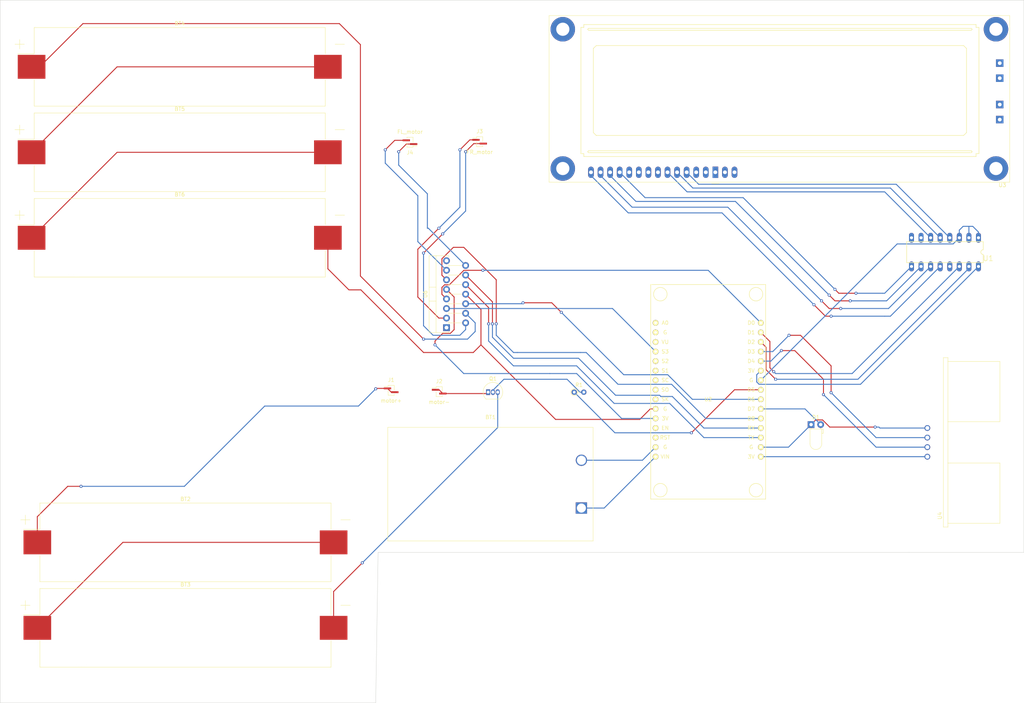
<source format=kicad_pcb>
(kicad_pcb (version 20221018) (generator pcbnew)
  (layers (0 "F.Cu" signal) (31 "B.Cu" signal) (34 "B.Paste" user) (35 "F.Paste" user) (36 "B.SilkS" user "B.Silkscreen") (37 "F.SilkS" user "F.Silkscreen") (38 "B.Mask" user) (39 "F.Mask" user) (44 "Edge.Cuts" user))
  (net 0 "")
  (net 1 "Net-(BT1-+)")
  (net 2 "Net-(BT1--)")
  (net 3 "Net-(BT2-+)")
  (net 4 "Net-(BT2--)")
  (net 5 "Net-(BT3--)")
  (net 6 "Net-(D1-K)")
  (net 7 "Net-(D1-A)")
  (net 8 "Net-(J2-Pin_1)")
  (net 9 "Net-(Q1-B)")
  (net 10 "Net-(U2-D5(GPIO14))")
  (net 11 "Net-(U2-D8(GPIO15))")
  (net 12 "Net-(U1-A0)")
  (net 13 "Net-(U1-P0)")
  (net 14 "Net-(U1-P1)")
  (net 15 "Net-(U1-P2)")
  (net 18 "Net-(U1-P4)")
  (net 19 "Net-(U1-P5)")
  (net 20 "Net-(U1-P6)")
  (net 21 "Net-(U1-P7)")
  (net 23 "Net-(U1-SCL)")
  (net 24 "Net-(U1-SDA)")
  (net 25 "Net-(U1-VDD)")
  (net 28 "Net-(BT4-+)")
  (net 36 "Net-(U4-VCC)")
  (net 37 "Net-(BT4--)")
  (net 38 "Net-(BT5--)")
  (net 39 "Net-(U2-D4(GPIO2))")
  (net 40 "Net-(U2-D3(GPIO0))")
  (net 41 "Net-(BT6--)")
  (net 55 "Net-(J3-Pin_1)")
  (net 56 "Net-(J3-Pin_2)")
  (net 57 "Net-(J4-Pin_1)")
  (net 58 "Net-(J4-Pin_2)")
  (net 60 "Net-(U2-SD3(GPIO10))")
  (net 61 "Net-(U6-VSS)")
  (net 62 "Net-(U2-TX(GPIO1))")
  (net 63 "Net-(U2-RX(DPIO3))")
  (net 64 "Net-(U2-D6(GPIO12))")
  (net 65 "Net-(U2-D0(GPIO16))")
  (footprint "HC-SR04:HC-SR04" (layer "F.Cu") (at 260.75 124.46 90)
    (fp_text reference "U4" (at -19.48505 3.31671 90) (layer "F.SilkS") (effects (font (size 1.00052 1.00052))))
    (fp_text value "HC-SR04")
    (pad "1" thru_hole circle (at -3.81 0 90) (size 1.53 1.53) (drill 1.02) (layers "*.Cu" "*.Mask") (net 36 "Net-(U4-VCC)"))
    (pad "2" thru_hole circle (at -1.27 0 90) (size 1.53 1.53) (drill 1.02) (layers "*.Cu" "*.Mask") (net 39 "Net-(U2-D4(GPIO2))"))
    (pad "3" thru_hole circle (at 1.27 0 90) (size 1.53 1.53) (drill 1.02) (layers "*.Cu" "*.Mask") (net 40 "Net-(U2-D3(GPIO0))"))
    (pad "4" thru_hole circle (at 3.81 0 90) (size 1.53 1.53) (drill 1.02) (layers "*.Cu" "*.Mask") (net 6 "Net-(D1-K)"))
  )
  (footprint "Battery:BatteryHolder_Eagle_12BH611-GR" (layer "F.Cu") (at 168.91 141.91)
    (fp_text reference "BT1" (at -24.13 -24.13) (layer "F.SilkS"))
    (fp_text value "9v")
    (pad "" np_thru_hole circle (at -38.9 -17.45) (size 2.6 2.6) (drill 2.6) (layers "*.Cu" "*.Mask"))
    (pad "" np_thru_hole circle (at -24.15 4.75) (size 2.6 2.6) (drill 2.6) (layers "*.Cu" "*.Mask"))
    (pad "" np_thru_hole circle (at -10.9 -17.45) (size 2.6 2.6) (drill 2.6) (layers "*.Cu" "*.Mask"))
    (pad "1" thru_hole rect (at 0 0) (size 3 3) (drill 2.4) (layers "*.Cu" "*.Mask") (net 1 "Net-(BT1-+)"))
    (pad "2" thru_hole circle (at 0 -12.7) (size 3 3) (drill 2.4) (layers "*.Cu" "*.Mask") (net 2 "Net-(BT1--)"))
  )
  (footprint "Package_TO_SOT_THT:TO-92_Inline" (layer "F.Cu") (at 144.145 111.125)
    (fp_text reference "Q1" (at 1.27 -3.56) (layer "F.SilkS"))
    (fp_text value "BC337")
    (pad "1" thru_hole rect (at 0 0) (size 1.05 1.5) (drill 0.75) (layers "*.Cu" "*.Mask") (net 8 "Net-(J2-Pin_1)"))
    (pad "2" thru_hole oval (at 1.27 0) (size 1.05 1.5) (drill 0.75) (layers "*.Cu" "*.Mask") (net 9 "Net-(Q1-B)"))
    (pad "3" thru_hole oval (at 2.54 0) (size 1.05 1.5) (drill 0.75) (layers "*.Cu" "*.Mask") (net 5 "Net-(BT3--)"))
  )
  (footprint "Battery:BatteryHolder_Keystone_1042_1x18650" (layer "F.Cu") (at 63.794 151.026)
    (fp_text reference "BT2" (at 0 -11.5) (layer "F.SilkS"))
    (fp_text value "3.7")
    (pad "" np_thru_hole circle (at -35.93 -8) (size 2.39 2.39) (drill 2.39) (layers "*.Cu" "*.Mask"))
    (pad "" np_thru_hole circle (at -27.6 8) (size 3.45 3.45) (drill 3.45) (layers "*.Cu" "*.Mask"))
    (pad "" np_thru_hole circle (at 27.6 -8) (size 3.45 3.45) (drill 3.45) (layers "*.Cu" "*.Mask"))
    (pad "1" smd rect (at -39.33 0) (size 7.34 6.35) (layers "F.Cu" "F.Paste" "F.Mask") (net 3 "Net-(BT2-+)"))
    (pad "2" smd rect (at 39.33 0) (size 7.34 6.35) (layers "F.Cu" "F.Paste" "F.Mask") (net 4 "Net-(BT2--)"))
  )
  (footprint "Battery:BatteryHolder_Keystone_1042_1x18650" (layer "F.Cu") (at 62.27 24.684)
    (fp_text reference "BT4" (at 0 -11.5) (layer "F.SilkS"))
    (fp_text value "Battery_Cell")
    (pad "" np_thru_hole circle (at -35.93 -8) (size 2.39 2.39) (drill 2.39) (layers "*.Cu" "*.Mask"))
    (pad "" np_thru_hole circle (at -27.6 8) (size 3.45 3.45) (drill 3.45) (layers "*.Cu" "*.Mask"))
    (pad "" np_thru_hole circle (at 27.6 -8) (size 3.45 3.45) (drill 3.45) (layers "*.Cu" "*.Mask"))
    (pad "1" smd rect (at -39.33 0) (size 7.34 6.35) (layers "F.Cu" "F.Paste" "F.Mask") (net 28 "Net-(BT4-+)"))
    (pad "2" smd rect (at 39.33 0) (size 7.34 6.35) (layers "F.Cu" "F.Paste" "F.Mask") (net 37 "Net-(BT4--)"))
  )
  (footprint "ESP8266:NodeMCU-LoLinV3" (layer "F.Cu") (at 202.565 113.03)
    (fp_text reference "U2" (at 0 0) (layer "F.SilkS"))
    (fp_text value "NodeMCU_1.0_(ESP-12E)")
    (fp_text user "G" (at -11.43 12.7) (layer "F.SilkS"))
    (fp_text user "RX" (at 11.43 7.62) (layer "F.SilkS"))
    (fp_text user "S3" (at -11.43 -12.7) (layer "F.SilkS"))
    (fp_text user "G" (at -11.43 -17.78) (layer "F.SilkS"))
    (fp_text user "A0" (at -11.43 -20.32) (layer "F.SilkS"))
    (fp_text user "G" (at 11.43 -5.08) (layer "F.SilkS"))
    (fp_text user "D0" (at 11.43 -20.32) (layer "F.SilkS"))
    (fp_text user "D3" (at 11.43 -12.7) (layer "F.SilkS"))
    (fp_text user "SK" (at -11.43 0) (layer "F.SilkS"))
    (fp_text user "S2" (at -11.43 -10.16) (layer "F.SilkS"))
    (fp_text user "D8" (at 11.43 5.08) (layer "F.SilkS"))
    (fp_text user "3V" (at -11.43 5.08) (layer "F.SilkS"))
    (fp_text user "EN" (at -11.43 7.62) (layer "F.SilkS"))
    (fp_text user "D7" (at 11.43 2.54) (layer "F.SilkS"))
    (fp_text user "VIN" (at -11.43 15.24) (layer "F.SilkS"))
    (fp_text user "S1" (at -11.43 -7.62) (layer "F.SilkS"))
    (fp_text user "D5" (at 11.43 -2.54) (layer "F.SilkS"))
    (fp_text user "SC" (at -11.43 -5.08) (layer "F.SilkS"))
    (fp_text user "D1" (at 11.43 -17.78) (layer "F.SilkS"))
    (fp_text user "D2" (at 11.43 -15.24) (layer "F.SilkS"))
    (fp_text user "SO" (at -11.43 -2.54) (layer "F.SilkS"))
    (fp_text user "RST" (at -11.43 10.16) (layer "F.SilkS"))
    (fp_text user "VU" (at -11.43 -15.24) (layer "F.SilkS"))
    (fp_text user "3V" (at 11.43 -7.62) (layer "F.SilkS"))
    (fp_text user "3V" (at 11.43 15.24) (layer "F.SilkS"))
    (fp_text user "D4" (at 11.43 -10.16) (layer "F.SilkS"))
    (fp_text user "D6" (at 11.43 0) (layer "F.SilkS"))
    (fp_text user "G" (at -11.43 2.54) (layer "F.SilkS"))
    (fp_text user "G" (at 11.43 12.7) (layer "F.SilkS"))
    (fp_text user "TX" (at 11.43 10.16) (layer "F.SilkS"))
    (pad "1" thru_hole circle (at -13.97 -20.32) (size 1.524 1.524) (drill 0.762) (layers "*.Cu" "*.Mask" "F.SilkS"))
    (pad "2" thru_hole circle (at -13.97 -17.78) (size 1.524 1.524) (drill 0.762) (layers "*.Cu" "*.Mask" "F.SilkS"))
    (pad "3" thru_hole circle (at -13.97 -15.24) (size 1.524 1.524) (drill 0.762) (layers "*.Cu" "*.Mask" "F.SilkS"))
    (pad "4" thru_hole circle (at -13.97 -12.7) (size 1.524 1.524) (drill 0.762) (layers "*.Cu" "*.Mask" "F.SilkS") (net 60 "Net-(U2-SD3(GPIO10))"))
    (pad "5" thru_hole circle (at -13.97 -10.16) (size 1.524 1.524) (drill 0.762) (layers "*.Cu" "*.Mask" "F.SilkS"))
    (pad "6" thru_hole circle (at -13.97 -7.62) (size 1.524 1.524) (drill 0.762) (layers "*.Cu" "*.Mask" "F.SilkS"))
    (pad "7" thru_hole circle (at -13.97 -5.08) (size 1.524 1.524) (drill 0.762) (layers "*.Cu" "*.Mask" "F.SilkS"))
    (pad "8" thru_hole circle (at -13.97 -2.54) (size 1.524 1.524) (drill 0.762) (layers "*.Cu" "*.Mask" "F.SilkS"))
    (pad "9" thru_hole circle (at -13.97 0) (size 1.524 1.524) (drill 0.762) (layers "*.Cu" "*.Mask" "F.SilkS"))
    (pad "10" thru_hole circle (at -13.97 2.54) (size 1.524 1.524) (drill 0.762) (layers "*.Cu" "*.Mask" "F.SilkS") (net 41 "Net-(BT6--)"))
    (pad "11" thru_hole circle (at -13.97 5.08) (size 1.524 1.524) (drill 0.762) (layers "*.Cu" "*.Mask" "F.SilkS") (net 61 "Net-(U6-VSS)"))
    (pad "12" thru_hole circle (at -13.97 7.62) (size 1.524 1.524) (drill 0.762) (layers "*.Cu" "*.Mask" "F.SilkS"))
    (pad "13" thru_hole circle (at -13.97 10.16) (size 1.524 1.524) (drill 0.762) (layers "*.Cu" "*.Mask" "F.SilkS"))
    (pad "14" thru_hole circle (at -13.97 12.7) (size 1.524 1.524) (drill 0.762) (layers "*.Cu" "*.Mask" "F.SilkS") (net 2 "Net-(BT1--)"))
    (pad "15" thru_hole circle (at -13.97 15.24) (size 1.524 1.524) (drill 0.762) (layers "*.Cu" "*.Mask" "F.SilkS") (net 1 "Net-(BT1-+)"))
    (pad "16" thru_hole circle (at 13.97 15.24) (size 1.524 1.524) (drill 0.762) (layers "*.Cu" "*.Mask" "F.SilkS") (net 36 "Net-(U4-VCC)"))
    (pad "17" thru_hole circle (at 13.97 12.7) (size 1.524 1.524) (drill 0.762) (layers "*.Cu" "*.Mask" "F.SilkS") (net 6 "Net-(D1-K)"))
    (pad "18" thru_hole circle (at 13.97 10.16) (size 1.524 1.524) (drill 0.762) (layers "*.Cu" "*.Mask" "F.SilkS") (net 62 "Net-(U2-TX(GPIO1))"))
    (pad "19" thru_hole circle (at 13.97 7.62) (size 1.524 1.524) (drill 0.762) (layers "*.Cu" "*.Mask" "F.SilkS") (net 63 "Net-(U2-RX(DPIO3))"))
    (pad "20" thru_hole circle (at 13.97 5.08) (size 1.524 1.524) (drill 0.762) (layers "*.Cu" "*.Mask" "F.SilkS") (net 11 "Net-(U2-D8(GPIO15))"))
    (pad "21" thru_hole circle (at 13.97 2.54) (size 1.524 1.524) (drill 0.762) (layers "*.Cu" "*.Mask" "F.SilkS") (net 7 "Net-(D1-A)"))
    (pad "22" thru_hole circle (at 13.97 0) (size 1.524 1.524) (drill 0.762) (layers "*.Cu" "*.Mask" "F.SilkS") (net 64 "Net-(U2-D6(GPIO12))"))
    (pad "23" thru_hole circle (at 13.97 -2.54) (size 1.524 1.524) (drill 0.762) (layers "*.Cu" "*.Mask" "F.SilkS") (net 10 "Net-(U2-D5(GPIO14))"))
    (pad "24" thru_hole circle (at 13.97 -5.08) (size 1.524 1.524) (drill 0.762) (layers "*.Cu" "*.Mask" "F.SilkS") (net 12 "Net-(U1-A0)"))
    (pad "25" thru_hole circle (at 13.97 -7.62) (size 1.524 1.524) (drill 0.762) (layers "*.Cu" "*.Mask" "F.SilkS") (net 25 "Net-(U1-VDD)"))
    (pad "26" thru_hole circle (at 13.97 -10.16) (size 1.524 1.524) (drill 0.762) (layers "*.Cu" "*.Mask" "F.SilkS") (net 39 "Net-(U2-D4(GPIO2))"))
    (pad "27" thru_hole circle (at 13.97 -12.7) (size 1.524 1.524) (drill 0.762) (layers "*.Cu" "*.Mask" "F.SilkS") (net 40 "Net-(U2-D3(GPIO0))"))
    (pad "28" thru_hole circle (at 13.97 -15.24) (size 1.524 1.524) (drill 0.762) (layers "*.Cu" "*.Mask" "F.SilkS") (net 24 "Net-(U1-SDA)"))
    (pad "29" thru_hole circle (at 13.97 -17.78) (size 1.524 1.524) (drill 0.762) (layers "*.Cu" "*.Mask" "F.SilkS") (net 23 "Net-(U1-SCL)"))
    (pad "30" thru_hole circle (at 13.97 -20.32) (size 1.524 1.524) (drill 0.762) (layers "*.Cu" "*.Mask" "F.SilkS") (net 65 "Net-(U2-D0(GPIO16))"))
  )
  (footprint "PCF8574:DIL16" (layer "F.Cu") (at 265.43 73.914 180)
    (fp_text reference "U1" (at -11.4554 -1.651) (layer "F.SilkS") (effects (font (size 1.4 1.4))))
    (fp_text value "PCF8574")
    (pad "1" thru_hole oval (at -8.89 3.81 180) (size 1.3208 2.6416) (drill 0.8128) (layers "*.Cu" "*.Mask") (net 12 "Net-(U1-A0)"))
    (pad "2" thru_hole oval (at -6.35 3.81 180) (size 1.3208 2.6416) (drill 0.8128) (layers "*.Cu" "*.Mask") (net 12 "Net-(U1-A0)"))
    (pad "3" thru_hole oval (at -3.81 3.81 180) (size 1.3208 2.6416) (drill 0.8128) (layers "*.Cu" "*.Mask") (net 12 "Net-(U1-A0)"))
    (pad "4" thru_hole oval (at -1.27 3.81 180) (size 1.3208 2.6416) (drill 0.8128) (layers "*.Cu" "*.Mask") (net 13 "Net-(U1-P0)"))
    (pad "5" thru_hole oval (at 1.27 3.81 180) (size 1.3208 2.6416) (drill 0.8128) (layers "*.Cu" "*.Mask") (net 14 "Net-(U1-P1)"))
    (pad "6" thru_hole oval (at 3.81 3.81 180) (size 1.3208 2.6416) (drill 0.8128) (layers "*.Cu" "*.Mask") (net 15 "Net-(U1-P2)"))
    (pad "7" thru_hole oval (at 6.35 3.81 180) (size 1.3208 2.6416) (drill 0.8128) (layers "*.Cu" "*.Mask"))
    (pad "8" thru_hole oval (at 8.89 3.81 180) (size 1.3208 2.6416) (drill 0.8128) (layers "*.Cu" "*.Mask"))
    (pad "9" thru_hole oval (at 8.89 -3.81 180) (size 1.3208 2.6416) (drill 0.8128) (layers "*.Cu" "*.Mask") (net 18 "Net-(U1-P4)"))
    (pad "10" thru_hole oval (at 6.35 -3.81 180) (size 1.3208 2.6416) (drill 0.8128) (layers "*.Cu" "*.Mask") (net 19 "Net-(U1-P5)"))
    (pad "11" thru_hole oval (at 3.81 -3.81 180) (size 1.3208 2.6416) (drill 0.8128) (layers "*.Cu" "*.Mask") (net 20 "Net-(U1-P6)"))
    (pad "12" thru_hole oval (at 1.27 -3.81 180) (size 1.3208 2.6416) (drill 0.8128) (layers "*.Cu" "*.Mask") (net 21 "Net-(U1-P7)"))
    (pad "13" thru_hole oval (at -1.27 -3.81 180) (size 1.3208 2.6416) (drill 0.8128) (layers "*.Cu" "*.Mask"))
    (pad "14" thru_hole oval (at -3.81 -3.81 180) (size 1.3208 2.6416) (drill 0.8128) (layers "*.Cu" "*.Mask") (net 23 "Net-(U1-SCL)"))
    (pad "15" thru_hole oval (at -6.35 -3.81 180) (size 1.3208 2.6416) (drill 0.8128) (layers "*.Cu" "*.Mask") (net 24 "Net-(U1-SDA)"))
    (pad "16" thru_hole oval (at -8.89 -3.81 180) (size 1.3208 2.6416) (drill 0.8128) (layers "*.Cu" "*.Mask") (net 25 "Net-(U1-VDD)"))
  )
  (footprint "Battery:BatteryHolder_Keystone_1042_1x18650" (layer "F.Cu") (at 62.27 47.394)
    (fp_text reference "BT5" (at 0 -11.5) (layer "F.SilkS"))
    (fp_text value "Battery_Cell")
    (pad "" np_thru_hole circle (at -35.93 -8) (size 2.39 2.39) (drill 2.39) (layers "*.Cu" "*.Mask"))
    (pad "" np_thru_hole circle (at -27.6 8) (size 3.45 3.45) (drill 3.45) (layers "*.Cu" "*.Mask"))
    (pad "" np_thru_hole circle (at 27.6 -8) (size 3.45 3.45) (drill 3.45) (layers "*.Cu" "*.Mask"))
    (pad "1" smd rect (at -39.33 0) (size 7.34 6.35) (layers "F.Cu" "F.Paste" "F.Mask") (net 37 "Net-(BT4--)"))
    (pad "2" smd rect (at 39.33 0) (size 7.34 6.35) (layers "F.Cu" "F.Paste" "F.Mask") (net 38 "Net-(BT5--)"))
  )
  (footprint "Resistor_THT:R_Axial_DIN0204_L3.6mm_D1.6mm_P2.54mm_Vertical" (layer "F.Cu") (at 167.005 111.125)
    (fp_text reference "R1" (at 1.27 -1.92) (layer "F.SilkS"))
    (fp_text value "500")
    (pad "1" thru_hole circle (at 0 0) (size 1.4 1.4) (drill 0.7) (layers "*.Cu" "*.Mask") (net 10 "Net-(U2-D5(GPIO14))"))
    (pad "2" thru_hole oval (at 2.54 0) (size 1.4 1.4) (drill 0.7) (layers "*.Cu" "*.Mask") (net 9 "Net-(Q1-B)"))
  )
  (footprint "Connector_PinSocket_1.00mm:PinSocket_1x02_P1.00mm_Vertical_SMD_Pin1Left" (layer "F.Cu") (at 131.15 110.99)
    (fp_text reference "J2" (at 0 -2.75) (layer "F.SilkS"))
    (fp_text value "motor-" (at 0 2.75) (layer "F.SilkS"))
    (pad "1" smd rect (at -0.975 -0.5) (size 1.95 0.5) (layers "F.Cu" "F.Paste" "F.Mask") (net 8 "Net-(J2-Pin_1)"))
    (pad "2" smd rect (at 0.975 0.5) (size 1.95 0.5) (layers "F.Cu" "F.Paste" "F.Mask") (net 8 "Net-(J2-Pin_1)"))
  )
  (footprint "Display:LCD-016N002L" (layer "F.Cu") (at 204.47 52.705 180)
    (fp_text reference "U3" (at -76.21 -3.41) (layer "F.SilkS"))
    (fp_text value "LCD-016N002L")
    (pad "" thru_hole circle (at -74.5 1) (size 6.5 6.5) (drill 3.5) (layers "*.Cu" "*.Mask"))
    (pad "" thru_hole circle (at -74.5 38) (size 6.5 6.5) (drill 3.5) (layers "*.Cu" "*.Mask"))
    (pad "" thru_hole circle (at 40.5 1) (size 6.5 6.5) (drill 3.5) (layers "*.Cu" "*.Mask"))
    (pad "" thru_hole circle (at 40.5 38) (size 6.5 6.5) (drill 3.5) (layers "*.Cu" "*.Mask"))
    (pad "1" thru_hole rect (at 0 0) (size 1.5 3) (drill 1) (layers "*.Cu" "*.Mask"))
    (pad "2" thru_hole oval (at 2.54 0) (size 1.5 3) (drill 1) (layers "*.Cu" "*.Mask"))
    (pad "3" thru_hole oval (at 5.08 0) (size 1.5 3) (drill 1) (layers "*.Cu" "*.Mask"))
    (pad "4" thru_hole oval (at 7.62 0) (size 1.5 3) (drill 1) (layers "*.Cu" "*.Mask") (net 13 "Net-(U1-P0)"))
    (pad "5" thru_hole oval (at 10.16 0) (size 1.5 3) (drill 1) (layers "*.Cu" "*.Mask") (net 14 "Net-(U1-P1)"))
    (pad "6" thru_hole oval (at 12.7 0) (size 1.5 3) (drill 1) (layers "*.Cu" "*.Mask") (net 15 "Net-(U1-P2)"))
    (pad "7" thru_hole oval (at 15.24 0) (size 1.5 3) (drill 1) (layers "*.Cu" "*.Mask"))
    (pad "8" thru_hole oval (at 17.78 0) (size 1.5 3) (drill 1) (layers "*.Cu" "*.Mask"))
    (pad "9" thru_hole oval (at 20.32 0) (size 1.5 3) (drill 1) (layers "*.Cu" "*.Mask"))
    (pad "10" thru_hole oval (at 22.86 0) (size 1.5 3) (drill 1) (layers "*.Cu" "*.Mask"))
    (pad "11" thru_hole oval (at 25.4 0) (size 1.5 3) (drill 1) (layers "*.Cu" "*.Mask") (net 18 "Net-(U1-P4)"))
    (pad "12" thru_hole oval (at 27.94 0) (size 1.5 3) (drill 1) (layers "*.Cu" "*.Mask") (net 19 "Net-(U1-P5)"))
    (pad "13" thru_hole oval (at 30.48 0) (size 1.5 3) (drill 1) (layers "*.Cu" "*.Mask") (net 20 "Net-(U1-P6)"))
    (pad "14" thru_hole oval (at 33.02 0) (size 1.5 3) (drill 1) (layers "*.Cu" "*.Mask") (net 21 "Net-(U1-P7)"))
    (pad "15" thru_hole oval (at -2.54 0) (size 1.5 3) (drill 1) (layers "*.Cu" "*.Mask"))
    (pad "16" thru_hole oval (at -5.08 0) (size 1.5 3) (drill 1) (layers "*.Cu" "*.Mask"))
    (pad "A1" thru_hole rect (at -75.5 14) (size 2 2) (drill 1) (layers "*.Cu" "*.Mask"))
    (pad "A2" thru_hole rect (at -75.5 25) (size 2 2) (drill 1) (layers "*.Cu" "*.Mask"))
    (pad "K1" thru_hole rect (at -75.5 18) (size 2 2) (drill 1) (layers "*.Cu" "*.Mask"))
    (pad "K2" thru_hole rect (at -75.5 29) (size 2 2) (drill 1) (layers "*.Cu" "*.Mask"))
  )
  (footprint "Package_TO_SOT_THT:TO-220-15_P2.54x2.54mm_StaggerEven_Lead4.58mm_Vertical" (layer "F.Cu") (at 133.096 93.98 90)
    (fp_text reference "U6" (at 8.89 -5.62 90) (layer "F.SilkS"))
    (fp_text value "L298N")
    (pad "1" thru_hole rect (at 0 0 90) (size 1.8 1.8) (drill 1) (layers "*.Cu" "*.Mask"))
    (pad "2" thru_hole oval (at 1.27 5.08 90) (size 1.8 1.8) (drill 1) (layers "*.Cu" "*.Mask") (net 56 "Net-(J3-Pin_2)"))
    (pad "3" thru_hole oval (at 2.54 0 90) (size 1.8 1.8) (drill 1) (layers "*.Cu" "*.Mask") (net 55 "Net-(J3-Pin_1)"))
    (pad "4" thru_hole oval (at 3.81 5.08 90) (size 1.8 1.8) (drill 1) (layers "*.Cu" "*.Mask") (net 28 "Net-(BT4-+)"))
    (pad "5" thru_hole oval (at 5.08 0 90) (size 1.8 1.8) (drill 1) (layers "*.Cu" "*.Mask") (net 60 "Net-(U2-SD3(GPIO10))"))
    (pad "6" thru_hole oval (at 6.35 5.08 90) (size 1.8 1.8) (drill 1) (layers "*.Cu" "*.Mask") (net 64 "Net-(U2-D6(GPIO12))"))
    (pad "7" thru_hole oval (at 7.62 0 90) (size 1.8 1.8) (drill 1) (layers "*.Cu" "*.Mask") (net 65 "Net-(U2-D0(GPIO16))"))
    (pad "8" thru_hole oval (at 8.89 5.08 90) (size 1.8 1.8) (drill 1) (layers "*.Cu" "*.Mask") (net 41 "Net-(BT6--)"))
    (pad "9" thru_hole oval (at 10.16 0 90) (size 1.8 1.8) (drill 1) (layers "*.Cu" "*.Mask") (net 61 "Net-(U6-VSS)"))
    (pad "10" thru_hole oval (at 11.43 5.08 90) (size 1.8 1.8) (drill 1) (layers "*.Cu" "*.Mask") (net 62 "Net-(U2-TX(GPIO1))"))
    (pad "11" thru_hole oval (at 12.7 0 90) (size 1.8 1.8) (drill 1) (layers "*.Cu" "*.Mask") (net 11 "Net-(U2-D8(GPIO15))"))
    (pad "12" thru_hole oval (at 13.97 5.08 90) (size 1.8 1.8) (drill 1) (layers "*.Cu" "*.Mask") (net 63 "Net-(U2-RX(DPIO3))"))
    (pad "13" thru_hole oval (at 15.24 0 90) (size 1.8 1.8) (drill 1) (layers "*.Cu" "*.Mask") (net 58 "Net-(J4-Pin_2)"))
    (pad "14" thru_hole oval (at 16.51 5.08 90) (size 1.8 1.8) (drill 1) (layers "*.Cu" "*.Mask") (net 57 "Net-(J4-Pin_1)"))
    (pad "15" thru_hole oval (at 17.78 0 90) (size 1.8 1.8) (drill 1) (layers "*.Cu" "*.Mask"))
  )
  (footprint "Battery:BatteryHolder_Keystone_1042_1x18650" (layer "F.Cu") (at 63.794 173.736)
    (fp_text reference "BT3" (at 0 -11.5) (layer "F.SilkS"))
    (fp_text value "3.7")
    (pad "" np_thru_hole circle (at -35.93 -8) (size 2.39 2.39) (drill 2.39) (layers "*.Cu" "*.Mask"))
    (pad "" np_thru_hole circle (at -27.6 8) (size 3.45 3.45) (drill 3.45) (layers "*.Cu" "*.Mask"))
    (pad "" np_thru_hole circle (at 27.6 -8) (size 3.45 3.45) (drill 3.45) (layers "*.Cu" "*.Mask"))
    (pad "1" smd rect (at -39.33 0) (size 7.34 6.35) (layers "F.Cu" "F.Paste" "F.Mask") (net 4 "Net-(BT2--)"))
    (pad "2" smd rect (at 39.33 0) (size 7.34 6.35) (layers "F.Cu" "F.Paste" "F.Mask") (net 5 "Net-(BT3--)"))
  )
  (footprint "LED_THT:LED_D3.0mm_Horizontal_O1.27mm_Z2.0mm" (layer "F.Cu") (at 229.89 119.73)
    (fp_text reference "D1" (at 1.27 -1.96) (layer "F.SilkS"))
    (fp_text value "LED")
    (pad "1" thru_hole rect (at 0 0) (size 1.8 1.8) (drill 0.9) (layers "*.Cu" "*.Mask") (net 6 "Net-(D1-K)"))
    (pad "2" thru_hole circle (at 2.54 0) (size 1.8 1.8) (drill 0.9) (layers "*.Cu" "*.Mask") (net 7 "Net-(D1-A)"))
  )
  (footprint "Battery:BatteryHolder_Keystone_1042_1x18650" (layer "F.Cu") (at 62.27 70.104)
    (fp_text reference "BT6" (at 0 -11.5) (layer "F.SilkS"))
    (fp_text value "Battery_Cell")
    (pad "" np_thru_hole circle (at -35.93 -8) (size 2.39 2.39) (drill 2.39) (layers "*.Cu" "*.Mask"))
    (pad "" np_thru_hole circle (at -27.6 8) (size 3.45 3.45) (drill 3.45) (layers "*.Cu" "*.Mask"))
    (pad "" np_thru_hole circle (at 27.6 -8) (size 3.45 3.45) (drill 3.45) (layers "*.Cu" "*.Mask"))
    (pad "1" smd rect (at -39.33 0) (size 7.34 6.35) (layers "F.Cu" "F.Paste" "F.Mask") (net 38 "Net-(BT5--)"))
    (pad "2" smd rect (at 39.33 0) (size 7.34 6.35) (layers "F.Cu" "F.Paste" "F.Mask") (net 41 "Net-(BT6--)"))
  )
  (footprint "Connector_PinSocket_1.00mm:PinSocket_1x02_P1.00mm_Vertical_SMD_Pin1Left" (layer "F.Cu") (at 118.405 110.625)
    (fp_text reference "J1" (at 0 -2.75) (layer "F.SilkS"))
    (fp_text value "motor+" (at 0 2.75) (layer "F.SilkS"))
    (pad "1" smd rect (at -0.975 -0.5) (size 1.95 0.5) (layers "F.Cu" "F.Paste" "F.Mask") (net 3 "Net-(BT2-+)"))
    (pad "2" smd rect (at 0.975 0.5) (size 1.95 0.5) (layers "F.Cu" "F.Paste" "F.Mask") (net 3 "Net-(BT2-+)"))
  )
  (footprint "Connector_PinSocket_1.00mm:PinSocket_1x02_P1.00mm_Vertical_SMD_Pin1Left" (layer "F.Cu") (at 141.9 44.585)
    (fp_text reference "J3" (at 0 -2.75) (layer "F.SilkS"))
    (fp_text value "FR_motor" (at 0 2.75) (layer "F.SilkS"))
    (pad "1" smd rect (at -0.975 -0.5) (size 1.95 0.5) (layers "F.Cu" "F.Paste" "F.Mask") (net 55 "Net-(J3-Pin_1)"))
    (pad "2" smd rect (at 0.975 0.5) (size 1.95 0.5) (layers "F.Cu" "F.Paste" "F.Mask") (net 56 "Net-(J3-Pin_2)"))
  )
  (footprint "Connector_PinSocket_1.00mm:PinSocket_1x02_P1.00mm_Vertical_SMD_Pin1Left" (layer "F.Cu") (at 123.403 44.712 180)
    (fp_text reference "J4" (at 0 -2.75) (layer "F.SilkS"))
    (fp_text value "FL_motor" (at 0 2.75) (layer "F.SilkS"))
    (pad "1" smd rect (at -0.975 -0.5 180) (size 1.95 0.5) (layers "F.Cu" "F.Paste" "F.Mask") (net 57 "Net-(J4-Pin_1)"))
    (pad "2" smd rect (at 0.975 0.5 180) (size 1.95 0.5) (layers "F.Cu" "F.Paste" "F.Mask") (net 58 "Net-(J4-Pin_2)"))
  )
  (gr_line (start 286.385 153.67) (end 255.905 153.67) (stroke (width 0.1)) (layer "Edge.Cuts"))
  (gr_line (start 114.935 153.67) (end 114.3 193.675) (stroke (width 0.1)) (layer "Edge.Cuts"))
  (gr_line (start 14.605 193.675) (end 14.605 6.985) (stroke (width 0.1)) (layer "Edge.Cuts"))
  (gr_line (start 14.605 6.985) (end 286.385 6.985) (stroke (width 0.1)) (layer "Edge.Cuts"))
  (gr_line (start 255.905 153.67) (end 114.935 153.67) (stroke (width 0.1)) (layer "Edge.Cuts"))
  (gr_line (start 114.3 193.675) (end 14.605 193.675) (stroke (width 0.1)) (layer "Edge.Cuts"))
  (gr_line (start 286.385 6.985) (end 286.385 153.67) (stroke (width 0.1)) (layer "Edge.Cuts"))
  (segment (start 168.91 141.91) (end 174.955 141.91) (width 0.25) (layer "B.Cu") (net 1))
  (segment (start 174.955 141.91) (end 188.595 128.27) (width 0.25) (layer "B.Cu") (net 1))
  (segment (start 168.91 129.21) (end 185.115 129.21) (width 0.25) (layer "B.Cu") (net 2))
  (segment (start 185.115 129.21) (end 188.595 125.73) (width 0.25) (layer "B.Cu") (net 2))
  (segment (start 117.43 110.125) (end 114.411 110.125) (width 0.25) (layer "F.Cu") (net 3))
  (segment (start 32.525685 136.144) (end 36.068 136.144) (width 0.25) (layer "F.Cu") (net 3))
  (segment (start 24.464 144.205685) (end 32.525685 136.144) (width 0.25) (layer "F.Cu") (net 3))
  (segment (start 118.43 111.125) (end 117.43 110.125) (width 0.25) (layer "F.Cu") (net 3))
  (segment (start 24.464 151.026) (end 24.464 144.205685) (width 0.25) (layer "F.Cu") (net 3))
  (segment (start 114.411 110.125) (end 114.3 110.236) (width 0.25) (layer "F.Cu") (net 3))
  (segment (start 119.38 111.125) (end 118.43 111.125) (width 0.25) (layer "F.Cu") (net 3))
  (via (at 36.068 136.144) (size 0.8) (drill 0.4) (layers "F.Cu" "B.Cu") (net 3))
  (via (at 114.3 110.236) (size 0.8) (drill 0.4) (layers "F.Cu" "B.Cu") (net 3))
  (segment (start 84.836 114.808) (end 109.728 114.808) (width 0.25) (layer "B.Cu") (net 3))
  (segment (start 36.068 136.144) (end 63.5 136.144) (width 0.25) (layer "B.Cu") (net 3))
  (segment (start 109.728 114.808) (end 114.3 110.236) (width 0.25) (layer "B.Cu") (net 3))
  (segment (start 63.5 136.144) (end 84.836 114.808) (width 0.25) (layer "B.Cu") (net 3))
  (segment (start 47.174 151.026) (end 24.464 173.736) (width 0.25) (layer "F.Cu") (net 4))
  (segment (start 103.124 151.026) (end 47.174 151.026) (width 0.25) (layer "F.Cu") (net 4))
  (segment (start 103.124 164.084) (end 110.744 156.464) (width 0.25) (layer "F.Cu") (net 5))
  (segment (start 103.124 173.736) (end 103.124 164.084) (width 0.25) (layer "F.Cu") (net 5))
  (via (at 110.744 156.464) (size 0.8) (drill 0.4) (layers "F.Cu" "B.Cu") (net 5))
  (segment (start 110.744 156.464) (end 146.685 120.523) (width 0.25) (layer "B.Cu") (net 5))
  (segment (start 146.685 120.523) (end 146.685 111.125) (width 0.25) (layer "B.Cu") (net 5))
  (segment (start 234.828412 120.396) (end 232.937412 118.505) (width 0.25) (layer "F.Cu") (net 6))
  (segment (start 231.115 118.505) (end 229.89 119.73) (width 0.25) (layer "F.Cu") (net 6))
  (segment (start 232.937412 118.505) (end 231.115 118.505) (width 0.25) (layer "F.Cu") (net 6))
  (segment (start 246.888 120.396) (end 234.828412 120.396) (width 0.25) (layer "F.Cu") (net 6))
  (via (at 246.888 120.396) (size 0.8) (drill 0.4) (layers "F.Cu" "B.Cu") (net 6))
  (segment (start 223.89 125.73) (end 229.89 119.73) (width 0.25) (layer "B.Cu") (net 6))
  (segment (start 248.158 120.65) (end 247.904 120.396) (width 0.25) (layer "B.Cu") (net 6))
  (segment (start 247.904 120.396) (end 246.888 120.396) (width 0.25) (layer "B.Cu") (net 6))
  (segment (start 260.75 120.65) (end 248.158 120.65) (width 0.25) (layer "B.Cu") (net 6))
  (segment (start 216.535 125.73) (end 223.89 125.73) (width 0.25) (layer "B.Cu") (net 6))
  (segment (start 228.27 115.57) (end 232.43 119.73) (width 0.25) (layer "B.Cu") (net 7))
  (segment (start 216.535 115.57) (end 228.27 115.57) (width 0.25) (layer "B.Cu") (net 7))
  (segment (start 130.175 110.49) (end 131.125 110.49) (width 0.25) (layer "F.Cu") (net 8))
  (segment (start 131.125 110.49) (end 132.125 111.49) (width 0.25) (layer "F.Cu") (net 8))
  (segment (start 143.78 111.49) (end 144.145 111.125) (width 0.25) (layer "F.Cu") (net 8))
  (segment (start 132.125 111.49) (end 143.78 111.49) (width 0.25) (layer "F.Cu") (net 8))
  (segment (start 145.415 110.617) (end 148.336 107.696) (width 0.25) (layer "B.Cu") (net 9))
  (segment (start 168.529 111.125) (end 169.545 111.125) (width 0.25) (layer "B.Cu") (net 9))
  (segment (start 148.336 107.696) (end 165.1 107.696) (width 0.25) (layer "B.Cu") (net 9))
  (segment (start 145.415 111.125) (end 145.415 110.617) (width 0.25) (layer "B.Cu") (net 9))
  (segment (start 165.1 107.696) (end 168.529 111.125) (width 0.25) (layer "B.Cu") (net 9))
  (segment (start 209.55 110.49) (end 216.535 110.49) (width 0.25) (layer "F.Cu") (net 10))
  (segment (start 198.12 121.92) (end 209.55 110.49) (width 0.25) (layer "F.Cu") (net 10))
  (via (at 198.12 121.92) (size 0.8) (drill 0.4) (layers "F.Cu" "B.Cu") (net 10))
  (segment (start 177.8 121.92) (end 198.12 121.92) (width 0.25) (layer "B.Cu") (net 10))
  (segment (start 167.005 111.125) (end 177.8 121.92) (width 0.25) (layer "B.Cu") (net 10))
  (segment (start 131.871 80.055) (end 133.096 81.28) (width 0.25) (layer "F.Cu") (net 11))
  (segment (start 131.871 75.692588) (end 131.871 80.055) (width 0.25) (layer "F.Cu") (net 11))
  (segment (start 134.919588 72.644) (end 131.871 75.692588) (width 0.25) (layer "F.Cu") (net 11))
  (segment (start 146.304 81.270695) (end 137.677305 72.644) (width 0.25) (layer "F.Cu") (net 11))
  (segment (start 137.677305 72.644) (end 134.919588 72.644) (width 0.25) (layer "F.Cu") (net 11))
  (segment (start 146.304 92.964) (end 146.304 81.270695) (width 0.25) (layer "F.Cu") (net 11))
  (via (at 146.304 92.964) (size 0.8) (drill 0.4) (layers "F.Cu" "B.Cu") (net 11))
  (segment (start 146.304 96.012) (end 146.304 92.964) (width 0.25) (layer "B.Cu") (net 11))
  (segment (start 150.876 100.584) (end 146.304 96.012) (width 0.25) (layer "B.Cu") (net 11))
  (segment (start 216.535 118.11) (end 201.93 118.11) (width 0.25) (layer "B.Cu") (net 11))
  (segment (start 178.633 109.037) (end 178.308 108.712) (width 0.25) (layer "B.Cu") (net 11))
  (segment (start 194.564 110.744) (end 192.857 109.037) (width 0.25) (layer "B.Cu") (net 11))
  (segment (start 192.857 109.037) (end 178.633 109.037) (width 0.25) (layer "B.Cu") (net 11))
  (segment (start 178.308 108.712) (end 170.18 100.584) (width 0.25) (layer "B.Cu") (net 11))
  (segment (start 201.93 118.11) (end 194.564 110.744) (width 0.25) (layer "B.Cu") (net 11))
  (segment (start 170.18 100.584) (end 168.656 100.584) (width 0.25) (layer "B.Cu") (net 11))
  (segment (start 168.656 100.584) (end 151.892 100.584) (width 0.25) (layer "B.Cu") (net 11))
  (segment (start 151.892 100.584) (end 150.876 100.584) (width 0.25) (layer "B.Cu") (net 11))
  (segment (start 269.24 68.072) (end 269.24 70.104) (width 0.25) (layer "B.Cu") (net 12))
  (segment (start 271.78 67.056) (end 270.256 67.056) (width 0.25) (layer "B.Cu") (net 12))
  (segment (start 274.32 70.104) (end 274.32 68.58) (width 0.25) (layer "B.Cu") (net 12))
  (segment (start 270.256 67.056) (end 269.24 68.072) (width 0.25) (layer "B.Cu") (net 12))
  (segment (start 252.735 71.7498) (end 216.535 107.95) (width 0.25) (layer "B.Cu") (net 12))
  (segment (start 269.24 70.104) (end 267.594 71.7498) (width 0.25) (layer "B.Cu") (net 12))
  (segment (start 272.796 67.056) (end 271.78 67.056) (width 0.25) (layer "B.Cu") (net 12))
  (segment (start 274.32 68.58) (end 272.796 67.056) (width 0.25) (layer "B.Cu") (net 12))
  (segment (start 271.78 70.104) (end 271.78 67.056) (width 0.25) (layer "B.Cu") (net 12))
  (segment (start 267.594 71.7498) (end 252.735 71.7498) (width 0.25) (layer "B.Cu") (net 12))
  (segment (start 252.476 55.88) (end 200.025 55.88) (width 0.25) (layer "B.Cu") (net 13))
  (segment (start 266.7 70.104) (end 252.476 55.88) (width 0.25) (layer "B.Cu") (net 13))
  (segment (start 200.025 55.88) (end 196.85 52.705) (width 0.25) (layer "B.Cu") (net 13))
  (segment (start 198.501 56.896) (end 194.31 52.705) (width 0.25) (layer "B.Cu") (net 14))
  (segment (start 264.16 70.104) (end 250.952 56.896) (width 0.25) (layer "B.Cu") (net 14))
  (segment (start 250.952 56.896) (end 198.501 56.896) (width 0.25) (layer "B.Cu") (net 14))
  (segment (start 261.62 70.104) (end 249.428 57.912) (width 0.25) (layer "B.Cu") (net 15))
  (segment (start 249.428 57.912) (end 196.977 57.912) (width 0.25) (layer "B.Cu") (net 15))
  (segment (start 196.977 57.912) (end 191.77 52.705) (width 0.25) (layer "B.Cu") (net 15))
  (segment (start 237.236 84.836) (end 236.22 83.82) (width 0.25) (layer "F.Cu") (net 18))
  (segment (start 241.808 84.836) (end 238.252 84.836) (width 0.25) (layer "F.Cu") (net 18))
  (segment (start 238.252 84.836) (end 237.236 84.836) (width 0.25) (layer "F.Cu") (net 18))
  (via (at 241.808 84.836) (size 0.8) (drill 0.4) (layers "F.Cu" "B.Cu") (net 18))
  (via (at 236.22 83.82) (size 0.8) (drill 0.4) (layers "F.Cu" "B.Cu") (net 18))
  (segment (start 248.92 84.836) (end 241.808 84.836) (width 0.25) (layer "B.Cu") (net 18))
  (segment (start 249.428 84.836) (end 248.92 84.836) (width 0.25) (layer "B.Cu") (net 18))
  (segment (start 236.22 83.82) (end 211.836 59.436) (width 0.25) (layer "B.Cu") (net 18))
  (segment (start 256.54 77.724) (end 249.428 84.836) (width 0.25) (layer "B.Cu") (net 18))
  (segment (start 211.836 59.436) (end 185.801 59.436) (width 0.25) (layer "B.Cu") (net 18))
  (segment (start 185.801 59.436) (end 179.07 52.705) (width 0.25) (layer "B.Cu") (net 18))
  (segment (start 240.284 86.868) (end 236.22 86.868) (width 0.25) (layer "F.Cu") (net 19))
  (segment (start 236.22 86.868) (end 235.712 86.36) (width 0.25) (layer "F.Cu") (net 19))
  (segment (start 235.712 86.36) (end 234.696 85.344) (width 0.25) (layer "F.Cu") (net 19))
  (via (at 240.284 86.868) (size 0.8) (drill 0.4) (layers "F.Cu" "B.Cu") (net 19))
  (via (at 234.696 85.344) (size 0.8) (drill 0.4) (layers "F.Cu" "B.Cu") (net 19))
  (segment (start 176.53 53.594) (end 176.53 52.705) (width 0.25) (layer "B.Cu") (net 19))
  (segment (start 249.936 86.868) (end 240.284 86.868) (width 0.25) (layer "B.Cu") (net 19))
  (segment (start 234.696 85.344) (end 209.804 60.452) (width 0.25) (layer "B.Cu") (net 19))
  (segment (start 209.804 60.452) (end 183.388 60.452) (width 0.25) (layer "B.Cu") (net 19))
  (segment (start 259.08 77.724) (end 249.936 86.868) (width 0.25) (layer "B.Cu") (net 19))
  (segment (start 183.388 60.452) (end 176.53 53.594) (width 0.25) (layer "B.Cu") (net 19))
  (segment (start 237.744 88.9) (end 234.696 88.9) (width 0.25) (layer "F.Cu") (net 20))
  (segment (start 234.696 88.9) (end 232.664 86.868) (width 0.25) (layer "F.Cu") (net 20))
  (via (at 232.664 86.868) (size 0.8) (drill 0.4) (layers "F.Cu" "B.Cu") (net 20))
  (via (at 237.744 88.9) (size 0.8) (drill 0.4) (layers "F.Cu" "B.Cu") (net 20))
  (segment (start 207.772 61.976) (end 182.372 61.976) (width 0.25) (layer "B.Cu") (net 20))
  (segment (start 232.664 86.868) (end 207.772 61.976) (width 0.25) (layer "B.Cu") (net 20))
  (segment (start 261.62 77.724) (end 250.444 88.9) (width 0.25) (layer "B.Cu") (net 20))
  (segment (start 173.99 53.594) (end 173.99 52.705) (width 0.25) (layer "B.Cu") (net 20))
  (segment (start 182.372 61.976) (end 173.99 53.594) (width 0.25) (layer "B.Cu") (net 20))
  (segment (start 250.444 88.9) (end 237.744 88.9) (width 0.25) (layer "B.Cu") (net 20))
  (segment (start 233.68 90.932) (end 230.632 87.884) (width 0.25) (layer "F.Cu") (net 21))
  (segment (start 235.204 90.932) (end 233.68 90.932) (width 0.25) (layer "F.Cu") (net 21))
  (via (at 235.204 90.932) (size 0.8) (drill 0.4) (layers "F.Cu" "B.Cu") (net 21))
  (via (at 230.632 87.884) (size 0.8) (drill 0.4) (layers "F.Cu" "B.Cu") (net 21))
  (segment (start 181.356 63.5) (end 171.45 53.594) (width 0.25) (layer "B.Cu") (net 21))
  (segment (start 171.45 53.594) (end 171.45 52.705) (width 0.25) (layer "B.Cu") (net 21))
  (segment (start 230.632 87.884) (end 206.248 63.5) (width 0.25) (layer "B.Cu") (net 21))
  (segment (start 206.248 63.5) (end 181.356 63.5) (width 0.25) (layer "B.Cu") (net 21))
  (segment (start 250.952 90.932) (end 249.428 90.932) (width 0.25) (layer "B.Cu") (net 21))
  (segment (start 249.428 90.932) (end 235.204 90.932) (width 0.25) (layer "B.Cu") (net 21))
  (segment (start 264.16 77.724) (end 250.952 90.932) (width 0.25) (layer "B.Cu") (net 21))
  (segment (start 219.964 105.664) (end 218.948 104.648) (width 0.25) (layer "F.Cu") (net 23))
  (segment (start 218.948 97.663) (end 216.535 95.25) (width 0.25) (layer "F.Cu") (net 23))
  (segment (start 218.948 104.648) (end 218.948 97.663) (width 0.25) (layer "F.Cu") (net 23))
  (via (at 219.964 105.664) (size 0.8) (drill 0.4) (layers "F.Cu" "B.Cu") (net 23))
  (segment (start 269.24 77.724) (end 240.792 106.172) (width 0.25) (layer "B.Cu") (net 23))
  (segment (start 240.792 106.172) (end 220.472 106.172) (width 0.25) (layer "B.Cu") (net 23))
  (segment (start 220.472 106.172) (end 219.964 105.664) (width 0.25) (layer "B.Cu") (net 23))
  (segment (start 217.932 105.156) (end 220.472 107.696) (width 0.25) (layer "F.Cu") (net 24))
  (segment (start 216.535 97.79) (end 217.932 99.187) (width 0.25) (layer "F.Cu") (net 24))
  (segment (start 217.932 99.187) (end 217.932 105.156) (width 0.25) (layer "F.Cu") (net 24))
  (via (at 220.472 107.696) (size 0.8) (drill 0.4) (layers "F.Cu" "B.Cu") (net 24))
  (segment (start 242.316 107.696) (end 220.472 107.696) (width 0.25) (layer "B.Cu") (net 24))
  (segment (start 271.78 78.232) (end 242.316 107.696) (width 0.25) (layer "B.Cu") (net 24))
  (segment (start 271.78 77.724) (end 271.78 78.232) (width 0.25) (layer "B.Cu") (net 24))
  (segment (start 216.085 109.037) (end 215.448 108.4) (width 0.25) (layer "B.Cu") (net 25))
  (segment (start 274.32 77.724) (end 243.007 109.037) (width 0.25) (layer "B.Cu") (net 25))
  (segment (start 243.007 109.037) (end 216.085 109.037) (width 0.25) (layer "B.Cu") (net 25))
  (segment (start 215.448 106.497) (end 216.535 105.41) (width 0.25) (layer "B.Cu") (net 25))
  (segment (start 215.448 108.4) (end 215.448 106.497) (width 0.25) (layer "B.Cu") (net 25))
  (segment (start 36.576 13.208) (end 104.648 13.208) (width 0.25) (layer "F.Cu") (net 28))
  (segment (start 110.236 18.796) (end 110.236 80.264) (width 0.25) (layer "F.Cu") (net 28))
  (segment (start 22.94 24.684) (end 25.1 24.684) (width 0.25) (layer "F.Cu") (net 28))
  (segment (start 110.236 80.264) (end 127 97.028) (width 0.25) (layer "F.Cu") (net 28))
  (segment (start 104.648 13.208) (end 110.236 18.796) (width 0.25) (layer "F.Cu") (net 28))
  (segment (start 25.1 24.684) (end 36.576 13.208) (width 0.25) (layer "F.Cu") (net 28))
  (via (at 127 97.028) (size 0.8) (drill 0.4) (layers "F.Cu" "B.Cu") (net 28))
  (segment (start 140.716 92.71) (end 138.176 90.17) (width 0.25) (layer "B.Cu") (net 28))
  (segment (start 140.716 94.996) (end 140.716 92.71) (width 0.25) (layer "B.Cu") (net 28))
  (segment (start 127 97.028) (end 138.684 97.028) (width 0.25) (layer "B.Cu") (net 28))
  (segment (start 138.684 97.028) (end 140.716 94.996) (width 0.25) (layer "B.Cu") (net 28))
  (segment (start 216.535 128.27) (end 260.75 128.27) (width 0.25) (layer "B.Cu") (net 36))
  (segment (start 101.6 24.684) (end 45.65 24.684) (width 0.25) (layer "F.Cu") (net 37))
  (segment (start 45.65 24.684) (end 22.94 47.394) (width 0.25) (layer "F.Cu") (net 37))
  (segment (start 45.65 47.394) (end 22.94 70.104) (width 0.25) (layer "F.Cu") (net 38))
  (segment (start 101.6 47.394) (end 45.65 47.394) (width 0.25) (layer "F.Cu") (net 38))
  (segment (start 233.172 107.696) (end 233.172 111.76) (width 0.25) (layer "F.Cu") (net 39))
  (segment (start 221.996 100.076) (end 225.552 100.076) (width 0.25) (layer "F.Cu") (net 39))
  (segment (start 225.552 100.076) (end 233.172 107.696) (width 0.25) (layer "F.Cu") (net 39))
  (via (at 221.996 100.076) (size 0.8) (drill 0.4) (layers "F.Cu" "B.Cu") (net 39))
  (via (at 233.172 111.76) (size 0.8) (drill 0.4) (layers "F.Cu" "B.Cu") (net 39))
  (segment (start 216.535 102.87) (end 219.202 102.87) (width 0.25) (layer "B.Cu") (net 39))
  (segment (start 260.75 125.73) (end 247.142 125.73) (width 0.25) (layer "B.Cu") (net 39))
  (segment (start 233.172 111.76) (end 233.426 112.014) (width 0.25) (layer "B.Cu") (net 39))
  (segment (start 219.202 102.87) (end 221.996 100.076) (width 0.25) (layer "B.Cu") (net 39))
  (segment (start 247.142 125.73) (end 233.172 111.76) (width 0.25) (layer "B.Cu") (net 39))
  (segment (start 235.204 104.14) (end 235.204 111.252) (width 0.25) (layer "F.Cu") (net 40))
  (segment (start 224.028 96.012) (end 227.076 96.012) (width 0.25) (layer "F.Cu") (net 40))
  (segment (start 227.076 96.012) (end 235.204 104.14) (width 0.25) (layer "F.Cu") (net 40))
  (via (at 224.028 96.012) (size 0.8) (drill 0.4) (layers "F.Cu" "B.Cu") (net 40))
  (via (at 235.204 111.252) (size 0.8) (drill 0.4) (layers "F.Cu" "B.Cu") (net 40))
  (segment (start 247.142 123.19) (end 235.204 111.252) (width 0.25) (layer "B.Cu") (net 40))
  (segment (start 219.71 100.33) (end 224.028 96.012) (width 0.25) (layer "B.Cu") (net 40))
  (segment (start 260.75 123.19) (end 247.142 123.19) (width 0.25) (layer "B.Cu") (net 40))
  (segment (start 216.535 100.33) (end 219.71 100.33) (width 0.25) (layer "B.Cu") (net 40))
  (segment (start 140.208 100.584) (end 142.24 98.552) (width 0.25) (layer "F.Cu") (net 41))
  (segment (start 187.198 115.57) (end 188.595 115.57) (width 0.25) (layer "F.Cu") (net 41))
  (segment (start 162.052 118.364) (end 184.404 118.364) (width 0.25) (layer "F.Cu") (net 41))
  (segment (start 127 100.584) (end 140.208 100.584) (width 0.25) (layer "F.Cu") (net 41))
  (segment (start 142.24 98.552) (end 142.24 89.154) (width 0.25) (layer "F.Cu") (net 41))
  (segment (start 107.188 83.948396) (end 110.364396 83.948396) (width 0.25) (layer "F.Cu") (net 41))
  (segment (start 110.364396 83.948396) (end 127 100.584) (width 0.25) (layer "F.Cu") (net 41))
  (segment (start 101.6 70.104) (end 101.6 78.360396) (width 0.25) (layer "F.Cu") (net 41))
  (segment (start 142.24 89.154) (end 138.176 85.09) (width 0.25) (layer "F.Cu") (net 41))
  (segment (start 142.24 98.552) (end 162.052 118.364) (width 0.25) (layer "F.Cu") (net 41))
  (segment (start 184.404 118.364) (end 187.198 115.57) (width 0.25) (layer "F.Cu") (net 41))
  (segment (start 101.6 78.360396) (end 107.188 83.948396) (width 0.25) (layer "F.Cu") (net 41))
  (segment (start 140.925 44.085) (end 139.303 44.085) (width 0.25) (layer "F.Cu") (net 55))
  (segment (start 125.476 73.152) (end 125.476 85.852) (width 0.25) (layer "F.Cu") (net 55))
  (segment (start 131.064 91.44) (end 133.096 91.44) (width 0.25) (layer "F.Cu") (net 55))
  (segment (start 125.476 85.852) (end 131.064 91.44) (width 0.25) (layer "F.Cu") (net 55))
  (segment (start 139.303 44.085) (end 136.652 46.736) (width 0.25) (layer "F.Cu") (net 55))
  (segment (start 131.064 67.564) (end 125.476 73.152) (width 0.25) (layer "F.Cu") (net 55))
  (via (at 131.064 67.564) (size 0.8) (drill 0.4) (layers "F.Cu" "B.Cu") (net 55))
  (via (at 136.652 46.736) (size 0.8) (drill 0.4) (layers "F.Cu" "B.Cu") (net 55))
  (segment (start 136.652 61.976) (end 131.064 67.564) (width 0.25) (layer "B.Cu") (net 55))
  (segment (start 136.652 46.736) (end 136.652 61.976) (width 0.25) (layer "B.Cu") (net 55))
  (segment (start 140.335 45.085) (end 138.176 47.244) (width 0.25) (layer "F.Cu") (net 56))
  (segment (start 142.875 45.085) (end 140.335 45.085) (width 0.25) (layer "F.Cu") (net 56))
  (segment (start 132.08 69.088) (end 127 74.168) (width 0.25) (layer "F.Cu") (net 56))
  (via (at 132.08 69.088) (size 0.8) (drill 0.4) (layers "F.Cu" "B.Cu") (net 56))
  (via (at 138.176 47.244) (size 0.8) (drill 0.4) (layers "F.Cu" "B.Cu") (net 56))
  (via (at 127 74.168) (size 0.8) (drill 0.4) (layers "F.Cu" "B.Cu") (net 56))
  (segment (start 127 93.472) (end 129.54 96.012) (width 0.25) (layer "B.Cu") (net 56))
  (segment (start 138.176 62.992) (end 133.604 67.564) (width 0.25) (layer "B.Cu") (net 56))
  (segment (start 138.176 94.488) (end 138.176 92.71) (width 0.25) (layer "B.Cu") (net 56))
  (segment (start 138.176 47.244) (end 138.176 62.992) (width 0.25) (layer "B.Cu") (net 56))
  (segment (start 133.604 67.564) (end 132.08 69.088) (width 0.25) (layer "B.Cu") (net 56))
  (segment (start 136.652 96.012) (end 138.176 94.488) (width 0.25) (layer "B.Cu") (net 56))
  (segment (start 129.54 96.012) (end 136.652 96.012) (width 0.25) (layer "B.Cu") (net 56))
  (segment (start 127 74.168) (end 127 93.472) (width 0.25) (layer "B.Cu") (net 56))
  (segment (start 122.428 45.212) (end 120.396 47.244) (width 0.25) (layer "F.Cu") (net 57))
  (segment (start 124.378 45.212) (end 122.428 45.212) (width 0.25) (layer "F.Cu") (net 57))
  (via (at 120.396 47.244) (size 0.8) (drill 0.4) (layers "F.Cu" "B.Cu") (net 57))
  (segment (start 128.016 67.564) (end 128.016 58.42) (width 0.25) (layer "B.Cu") (net 57))
  (segment (start 138.176 77.47) (end 128.27 67.564) (width 0.25) (layer "B.Cu") (net 57))
  (segment (start 128.016 58.42) (end 120.396 50.8) (width 0.25) (layer "B.Cu") (net 57))
  (segment (start 120.396 50.8) (end 120.396 47.244) (width 0.25) (layer "B.Cu") (net 57))
  (segment (start 128.27 67.564) (end 128.016 67.564) (width 0.25) (layer "B.Cu") (net 57))
  (segment (start 122.428 44.212) (end 119.364 44.212) (width 0.25) (layer "F.Cu") (net 58))
  (segment (start 119.364 44.212) (end 116.84 46.736) (width 0.25) (layer "F.Cu") (net 58))
  (via (at 116.84 46.736) (size 0.8) (drill 0.4) (layers "F.Cu" "B.Cu") (net 58))
  (segment (start 133.096 78.74) (end 125.476 71.12) (width 0.25) (layer "B.Cu") (net 58))
  (segment (start 125.476 71.12) (end 125.476 58.928) (width 0.25) (layer "B.Cu") (net 58))
  (segment (start 125.476 58.928) (end 116.84 50.292) (width 0.25) (layer "B.Cu") (net 58))
  (segment (start 116.84 50.292) (end 116.84 46.736) (width 0.25) (layer "B.Cu") (net 58))
  (segment (start 188.595 100.33) (end 177.165 88.9) (width 0.25) (layer "B.Cu") (net 60))
  (segment (start 177.165 88.9) (end 133.096 88.9) (width 0.25) (layer "B.Cu") (net 60))
  (segment (start 130.048 97.536) (end 132.08 95.504) (width 0.25) (layer "F.Cu") (net 61))
  (segment (start 135.128 85.852) (end 133.096 83.82) (width 0.25) (layer "F.Cu") (net 61))
  (segment (start 130.048 98.552) (end 130.048 97.536) (width 0.25) (layer "F.Cu") (net 61))
  (segment (start 134.112 95.504) (end 135.128 94.488) (width 0.25) (layer "F.Cu") (net 61))
  (segment (start 135.128 94.488) (end 135.128 85.852) (width 0.25) (layer "F.Cu") (net 61))
  (segment (start 132.08 95.504) (end 134.112 95.504) (width 0.25) (layer "F.Cu") (net 61))
  (via (at 130.048 98.552) (size 0.8) (drill 0.4) (layers "F.Cu" "B.Cu") (net 61))
  (segment (start 170.18 108.712) (end 167.64 106.172) (width 0.25) (layer "B.Cu") (net 61))
  (segment (start 137.668 106.172) (end 130.048 98.552) (width 0.25) (layer "B.Cu") (net 61))
  (segment (start 167.64 106.172) (end 160.528 106.172) (width 0.25) (layer "B.Cu") (net 61))
  (segment (start 188.595 118.11) (end 179.578 118.11) (width 0.25) (layer "B.Cu") (net 61))
  (segment (start 160.528 106.172) (end 137.668 106.172) (width 0.25) (layer "B.Cu") (net 61))
  (segment (start 179.578 118.11) (end 170.18 108.712) (width 0.25) (layer "B.Cu") (net 61))
  (segment (start 144.272 88.646) (end 138.176 82.55) (width 0.25) (layer "F.Cu") (net 62))
  (segment (start 144.272 92.964) (end 144.272 88.646) (width 0.25) (layer "F.Cu") (net 62))
  (via (at 144.272 92.964) (size 0.8) (drill 0.4) (layers "F.Cu" "B.Cu") (net 62))
  (segment (start 198.12 119.888) (end 192.349 114.117) (width 0.25) (layer "B.Cu") (net 62))
  (segment (start 150.876 104.14) (end 144.272 97.536) (width 0.25) (layer "B.Cu") (net 62))
  (segment (start 216.535 123.19) (end 201.422 123.19) (width 0.25) (layer "B.Cu") (net 62))
  (segment (start 177.617 114.117) (end 176.784 113.284) (width 0.25) (layer "B.Cu") (net 62))
  (segment (start 167.64 104.14) (end 150.876 104.14) (width 0.25) (layer "B.Cu") (net 62))
  (segment (start 144.272 97.536) (end 144.272 92.964) (width 0.25) (layer "B.Cu") (net 62))
  (segment (start 201.422 123.19) (end 198.12 119.888) (width 0.25) (layer "B.Cu") (net 62))
  (segment (start 192.349 114.117) (end 177.617 114.117) (width 0.25) (layer "B.Cu") (net 62))
  (segment (start 176.784 113.284) (end 167.64 104.14) (width 0.25) (layer "B.Cu") (net 62))
  (segment (start 145.288 92.964) (end 145.288 87.122) (width 0.25) (layer "F.Cu") (net 63))
  (segment (start 145.288 87.122) (end 138.176 80.01) (width 0.25) (layer "F.Cu") (net 63))
  (via (at 145.288 92.964) (size 0.8) (drill 0.4) (layers "F.Cu" "B.Cu") (net 63))
  (segment (start 201.422 120.65) (end 200.152 119.38) (width 0.25) (layer "B.Cu") (net 63))
  (segment (start 193.04 112.268) (end 189.992 112.268) (width 0.25) (layer "B.Cu") (net 63))
  (segment (start 167.64 102.108) (end 150.876 102.108) (width 0.25) (layer "B.Cu") (net 63))
  (segment (start 189.992 112.268) (end 189.667 111.943) (width 0.25) (layer "B.Cu") (net 63))
  (segment (start 216.535 120.65) (end 201.422 120.65) (width 0.25) (layer "B.Cu") (net 63))
  (segment (start 145.288 96.52) (end 145.288 92.964) (width 0.25) (layer "B.Cu") (net 63))
  (segment (start 168.148 102.108) (end 167.64 102.108) (width 0.25) (layer "B.Cu") (net 63))
  (segment (start 150.876 102.108) (end 145.288 96.52) (width 0.25) (layer "B.Cu") (net 63))
  (segment (start 177.8 111.76) (end 168.148 102.108) (width 0.25) (layer "B.Cu") (net 63))
  (segment (start 200.152 119.38) (end 193.04 112.268) (width 0.25) (layer "B.Cu") (net 63))
  (segment (start 189.667 111.943) (end 177.983 111.943) (width 0.25) (layer "B.Cu") (net 63))
  (segment (start 177.983 111.943) (end 177.8 111.76) (width 0.25) (layer "B.Cu") (net 63))
  (segment (start 145.288 92.964) (end 145.288 93.472) (width 0.25) (layer "B.Cu") (net 63))
  (segment (start 161.036 87.376) (end 153.416 87.376) (width 0.25) (layer "F.Cu") (net 64))
  (segment (start 163.576 89.916) (end 161.036 87.376) (width 0.25) (layer "F.Cu") (net 64))
  (via (at 153.416 87.376) (size 0.8) (drill 0.4) (layers "F.Cu" "B.Cu") (net 64))
  (via (at 163.576 89.916) (size 0.8) (drill 0.4) (layers "F.Cu" "B.Cu") (net 64))
  (segment (start 180.157 106.497) (end 179.324 105.664) (width 0.25) (layer "B.Cu") (net 64))
  (segment (start 198.374 113.03) (end 192.532 107.188) (width 0.25) (layer "B.Cu") (net 64))
  (segment (start 138.176 87.63) (end 153.162 87.63) (width 0.25) (layer "B.Cu") (net 64))
  (segment (start 191.841 106.497) (end 180.157 106.497) (width 0.25) (layer "B.Cu") (net 64))
  (segment (start 179.324 105.664) (end 163.576 89.916) (width 0.25) (layer "B.Cu") (net 64))
  (segment (start 153.162 87.63) (end 153.416 87.376) (width 0.25) (layer "B.Cu") (net 64))
  (segment (start 216.535 113.03) (end 198.374 113.03) (width 0.25) (layer "B.Cu") (net 64))
  (segment (start 192.532 107.188) (end 191.841 106.497) (width 0.25) (layer "B.Cu") (net 64))
  (segment (start 133.096 86.36) (end 131.871 85.135) (width 0.25) (layer "F.Cu") (net 65))
  (segment (start 133.858588 82.595) (end 137.713588 78.74) (width 0.25) (layer "F.Cu") (net 65))
  (segment (start 137.713588 78.74) (end 142.748 78.74) (width 0.25) (layer "F.Cu") (net 65))
  (segment (start 132.588588 82.595) (end 133.858588 82.595) (width 0.25) (layer "F.Cu") (net 65))
  (segment (start 131.871 83.312588) (end 132.588588 82.595) (width 0.25) (layer "F.Cu") (net 65))
  (segment (start 131.871 85.135) (end 131.871 83.312588) (width 0.25) (layer "F.Cu") (net 65))
  (via (at 142.748 78.74) (size 0.8) (drill 0.4) (layers "F.Cu" "B.Cu") (net 65))
  (segment (start 202.565 78.74) (end 216.535 92.71) (width 0.25) (layer "B.Cu") (net 65))
  (segment (start 142.748 78.74) (end 202.565 78.74) (width 0.25) (layer "B.Cu") (net 65))
)
</source>
